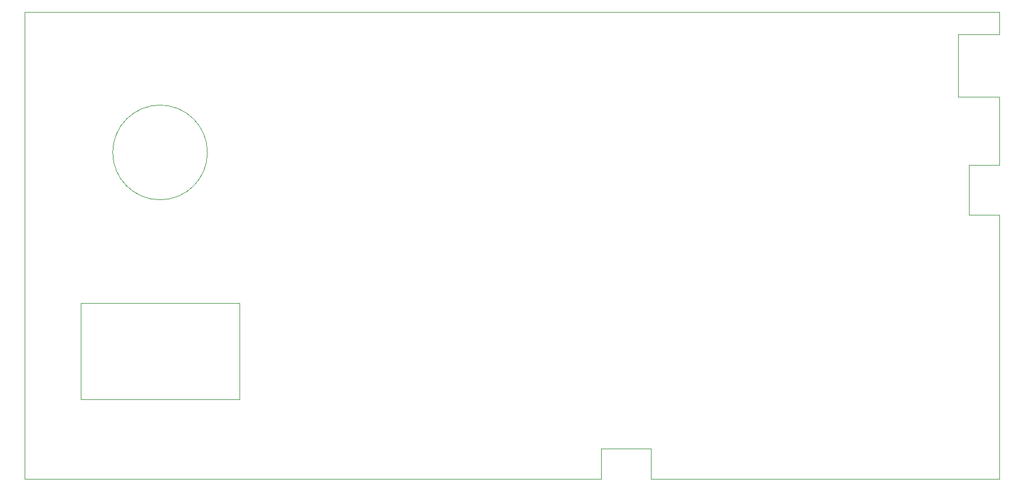
<source format=gko>
%TF.GenerationSoftware,KiCad,Pcbnew,7.0.6-7.0.6~ubuntu22.04.1*%
%TF.CreationDate,2023-08-07T17:22:59+03:00*%
%TF.ProjectId,xray-v2,78726179-2d76-4322-9e6b-696361645f70,rev?*%
%TF.SameCoordinates,Original*%
%TF.FileFunction,Profile,NP*%
%FSLAX46Y46*%
G04 Gerber Fmt 4.6, Leading zero omitted, Abs format (unit mm)*
G04 Created by KiCad (PCBNEW 7.0.6-7.0.6~ubuntu22.04.1) date 2023-08-07 17:22:59*
%MOMM*%
%LPD*%
G01*
G04 APERTURE LIST*
%TA.AperFunction,Profile*%
%ADD10C,0.100000*%
%TD*%
%TA.AperFunction,Profile*%
%ADD11C,0.120000*%
%TD*%
G04 APERTURE END LIST*
D10*
X100000000Y-65500000D02*
X244020000Y-65500000D01*
X194850497Y-134495000D02*
X244020000Y-134500000D01*
X244020000Y-134500000D02*
X244020000Y-97725000D01*
X100000000Y-134500000D02*
X100000000Y-65500000D01*
X244020000Y-67000000D02*
X244020000Y-65500000D01*
X244020000Y-85825000D02*
X244020000Y-79600000D01*
X182950497Y-134495000D02*
X100000000Y-134500000D01*
D11*
%TO.C,J5*%
X185200497Y-129995000D02*
X185200497Y-134495000D01*
X185200497Y-129995000D02*
X192550497Y-129995000D01*
X185200497Y-134495000D02*
X182950497Y-134495000D01*
X192550497Y-129995000D02*
X192550497Y-134495000D01*
X192550497Y-134495000D02*
X194850497Y-134495000D01*
%TO.C,J3*%
X237920000Y-78000000D02*
X244020000Y-78000000D01*
X244020000Y-78000000D02*
X244020000Y-79600000D01*
X237920000Y-68800000D02*
X237920000Y-78000000D01*
X244020000Y-68800000D02*
X237920000Y-68800000D01*
X244020000Y-67000000D02*
X244020000Y-68800000D01*
%TO.C,J1*%
X239515000Y-95475000D02*
X244015000Y-95475000D01*
X239515000Y-95475000D02*
X239515000Y-88125000D01*
X244015000Y-95475000D02*
X244015000Y-97725000D01*
X239515000Y-88125000D02*
X244015000Y-88125000D01*
X244015000Y-88125000D02*
X244015000Y-85825000D01*
%TO.C,V2*%
X108250000Y-108500000D02*
X131750000Y-108500000D01*
X108250000Y-122750000D02*
X108250000Y-108500000D01*
X131750000Y-108500000D02*
X131750000Y-122750000D01*
X131750000Y-122750000D02*
X108250000Y-122750000D01*
X127000000Y-86250000D02*
G75*
G03*
X127000000Y-86250000I-7000000J0D01*
G01*
%TD*%
M02*

</source>
